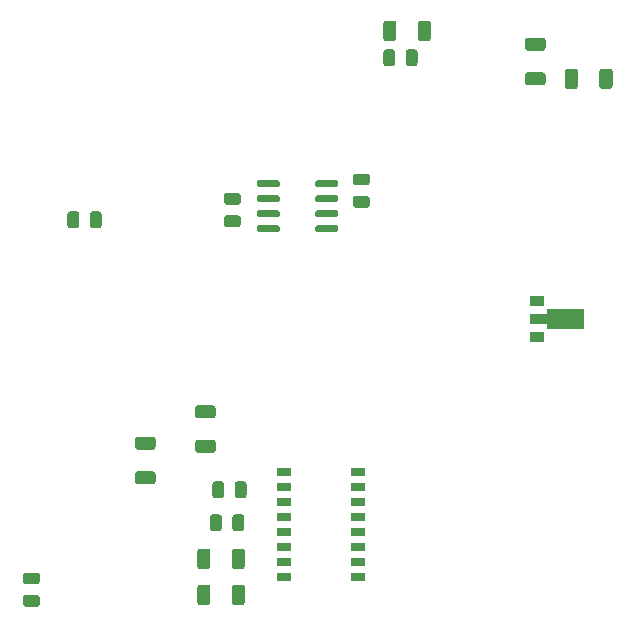
<source format=gbr>
%TF.GenerationSoftware,KiCad,Pcbnew,(5.1.9)-1*%
%TF.CreationDate,2021-09-20T18:56:34+02:00*%
%TF.ProjectId,deep blue delay,64656570-2062-46c7-9565-2064656c6179,rev?*%
%TF.SameCoordinates,Original*%
%TF.FileFunction,Paste,Bot*%
%TF.FilePolarity,Positive*%
%FSLAX46Y46*%
G04 Gerber Fmt 4.6, Leading zero omitted, Abs format (unit mm)*
G04 Created by KiCad (PCBNEW (5.1.9)-1) date 2021-09-20 18:56:34*
%MOMM*%
%LPD*%
G01*
G04 APERTURE LIST*
%ADD10R,1.300000X0.800000*%
%ADD11C,0.100000*%
%ADD12R,1.300000X0.900000*%
G04 APERTURE END LIST*
D10*
%TO.C,U3*%
X25196000Y17526000D03*
X25196000Y16246000D03*
X25196000Y14986000D03*
X25196000Y13716000D03*
X25196000Y12436000D03*
X25196000Y11166000D03*
X25196000Y9906000D03*
X25196000Y8626000D03*
X31496000Y8626000D03*
X31496000Y9906000D03*
X31496000Y11166000D03*
X31496000Y12436000D03*
X31496000Y13716000D03*
X31496000Y14986000D03*
X31496000Y16246000D03*
X31496000Y17526000D03*
%TD*%
D11*
%TO.C,U2*%
G36*
X50598500Y29613500D02*
G01*
X47473500Y29613500D01*
X47473500Y30030000D01*
X45998500Y30030000D01*
X45998500Y30930000D01*
X47473500Y30930000D01*
X47473500Y31346500D01*
X50598500Y31346500D01*
X50598500Y29613500D01*
G37*
D12*
X46648500Y31980000D03*
X46648500Y28980000D03*
%TD*%
%TO.C,U1*%
G36*
G01*
X24851000Y42060000D02*
X24851000Y41760000D01*
G75*
G02*
X24701000Y41610000I-150000J0D01*
G01*
X23051000Y41610000D01*
G75*
G02*
X22901000Y41760000I0J150000D01*
G01*
X22901000Y42060000D01*
G75*
G02*
X23051000Y42210000I150000J0D01*
G01*
X24701000Y42210000D01*
G75*
G02*
X24851000Y42060000I0J-150000D01*
G01*
G37*
G36*
G01*
X24851000Y40790000D02*
X24851000Y40490000D01*
G75*
G02*
X24701000Y40340000I-150000J0D01*
G01*
X23051000Y40340000D01*
G75*
G02*
X22901000Y40490000I0J150000D01*
G01*
X22901000Y40790000D01*
G75*
G02*
X23051000Y40940000I150000J0D01*
G01*
X24701000Y40940000D01*
G75*
G02*
X24851000Y40790000I0J-150000D01*
G01*
G37*
G36*
G01*
X24851000Y39520000D02*
X24851000Y39220000D01*
G75*
G02*
X24701000Y39070000I-150000J0D01*
G01*
X23051000Y39070000D01*
G75*
G02*
X22901000Y39220000I0J150000D01*
G01*
X22901000Y39520000D01*
G75*
G02*
X23051000Y39670000I150000J0D01*
G01*
X24701000Y39670000D01*
G75*
G02*
X24851000Y39520000I0J-150000D01*
G01*
G37*
G36*
G01*
X24851000Y38250000D02*
X24851000Y37950000D01*
G75*
G02*
X24701000Y37800000I-150000J0D01*
G01*
X23051000Y37800000D01*
G75*
G02*
X22901000Y37950000I0J150000D01*
G01*
X22901000Y38250000D01*
G75*
G02*
X23051000Y38400000I150000J0D01*
G01*
X24701000Y38400000D01*
G75*
G02*
X24851000Y38250000I0J-150000D01*
G01*
G37*
G36*
G01*
X29801000Y38250000D02*
X29801000Y37950000D01*
G75*
G02*
X29651000Y37800000I-150000J0D01*
G01*
X28001000Y37800000D01*
G75*
G02*
X27851000Y37950000I0J150000D01*
G01*
X27851000Y38250000D01*
G75*
G02*
X28001000Y38400000I150000J0D01*
G01*
X29651000Y38400000D01*
G75*
G02*
X29801000Y38250000I0J-150000D01*
G01*
G37*
G36*
G01*
X29801000Y39520000D02*
X29801000Y39220000D01*
G75*
G02*
X29651000Y39070000I-150000J0D01*
G01*
X28001000Y39070000D01*
G75*
G02*
X27851000Y39220000I0J150000D01*
G01*
X27851000Y39520000D01*
G75*
G02*
X28001000Y39670000I150000J0D01*
G01*
X29651000Y39670000D01*
G75*
G02*
X29801000Y39520000I0J-150000D01*
G01*
G37*
G36*
G01*
X29801000Y40790000D02*
X29801000Y40490000D01*
G75*
G02*
X29651000Y40340000I-150000J0D01*
G01*
X28001000Y40340000D01*
G75*
G02*
X27851000Y40490000I0J150000D01*
G01*
X27851000Y40790000D01*
G75*
G02*
X28001000Y40940000I150000J0D01*
G01*
X29651000Y40940000D01*
G75*
G02*
X29801000Y40790000I0J-150000D01*
G01*
G37*
G36*
G01*
X29801000Y42060000D02*
X29801000Y41760000D01*
G75*
G02*
X29651000Y41610000I-150000J0D01*
G01*
X28001000Y41610000D01*
G75*
G02*
X27851000Y41760000I0J150000D01*
G01*
X27851000Y42060000D01*
G75*
G02*
X28001000Y42210000I150000J0D01*
G01*
X29651000Y42210000D01*
G75*
G02*
X29801000Y42060000I0J-150000D01*
G01*
G37*
%TD*%
%TO.C,R19*%
G36*
G01*
X12836999Y17580500D02*
X14087001Y17580500D01*
G75*
G02*
X14337000Y17330501I0J-249999D01*
G01*
X14337000Y16705499D01*
G75*
G02*
X14087001Y16455500I-249999J0D01*
G01*
X12836999Y16455500D01*
G75*
G02*
X12587000Y16705499I0J249999D01*
G01*
X12587000Y17330501D01*
G75*
G02*
X12836999Y17580500I249999J0D01*
G01*
G37*
G36*
G01*
X12836999Y20505500D02*
X14087001Y20505500D01*
G75*
G02*
X14337000Y20255501I0J-249999D01*
G01*
X14337000Y19630499D01*
G75*
G02*
X14087001Y19380500I-249999J0D01*
G01*
X12836999Y19380500D01*
G75*
G02*
X12587000Y19630499I0J249999D01*
G01*
X12587000Y20255501D01*
G75*
G02*
X12836999Y20505500I249999J0D01*
G01*
G37*
%TD*%
%TO.C,R18*%
G36*
G01*
X20773500Y9534999D02*
X20773500Y10785001D01*
G75*
G02*
X21023499Y11035000I249999J0D01*
G01*
X21648501Y11035000D01*
G75*
G02*
X21898500Y10785001I0J-249999D01*
G01*
X21898500Y9534999D01*
G75*
G02*
X21648501Y9285000I-249999J0D01*
G01*
X21023499Y9285000D01*
G75*
G02*
X20773500Y9534999I0J249999D01*
G01*
G37*
G36*
G01*
X17848500Y9534999D02*
X17848500Y10785001D01*
G75*
G02*
X18098499Y11035000I249999J0D01*
G01*
X18723501Y11035000D01*
G75*
G02*
X18973500Y10785001I0J-249999D01*
G01*
X18973500Y9534999D01*
G75*
G02*
X18723501Y9285000I-249999J0D01*
G01*
X18098499Y9285000D01*
G75*
G02*
X17848500Y9534999I0J249999D01*
G01*
G37*
%TD*%
%TO.C,R16*%
G36*
G01*
X20773500Y6486999D02*
X20773500Y7737001D01*
G75*
G02*
X21023499Y7987000I249999J0D01*
G01*
X21648501Y7987000D01*
G75*
G02*
X21898500Y7737001I0J-249999D01*
G01*
X21898500Y6486999D01*
G75*
G02*
X21648501Y6237000I-249999J0D01*
G01*
X21023499Y6237000D01*
G75*
G02*
X20773500Y6486999I0J249999D01*
G01*
G37*
G36*
G01*
X17848500Y6486999D02*
X17848500Y7737001D01*
G75*
G02*
X18098499Y7987000I249999J0D01*
G01*
X18723501Y7987000D01*
G75*
G02*
X18973500Y7737001I0J-249999D01*
G01*
X18973500Y6486999D01*
G75*
G02*
X18723501Y6237000I-249999J0D01*
G01*
X18098499Y6237000D01*
G75*
G02*
X17848500Y6486999I0J249999D01*
G01*
G37*
%TD*%
%TO.C,R10*%
G36*
G01*
X19167001Y22043500D02*
X17916999Y22043500D01*
G75*
G02*
X17667000Y22293499I0J249999D01*
G01*
X17667000Y22918501D01*
G75*
G02*
X17916999Y23168500I249999J0D01*
G01*
X19167001Y23168500D01*
G75*
G02*
X19417000Y22918501I0J-249999D01*
G01*
X19417000Y22293499D01*
G75*
G02*
X19167001Y22043500I-249999J0D01*
G01*
G37*
G36*
G01*
X19167001Y19118500D02*
X17916999Y19118500D01*
G75*
G02*
X17667000Y19368499I0J249999D01*
G01*
X17667000Y19993501D01*
G75*
G02*
X17916999Y20243500I249999J0D01*
G01*
X19167001Y20243500D01*
G75*
G02*
X19417000Y19993501I0J-249999D01*
G01*
X19417000Y19368499D01*
G75*
G02*
X19167001Y19118500I-249999J0D01*
G01*
G37*
%TD*%
%TO.C,R3*%
G36*
G01*
X45856999Y51362500D02*
X47107001Y51362500D01*
G75*
G02*
X47357000Y51112501I0J-249999D01*
G01*
X47357000Y50487499D01*
G75*
G02*
X47107001Y50237500I-249999J0D01*
G01*
X45856999Y50237500D01*
G75*
G02*
X45607000Y50487499I0J249999D01*
G01*
X45607000Y51112501D01*
G75*
G02*
X45856999Y51362500I249999J0D01*
G01*
G37*
G36*
G01*
X45856999Y54287500D02*
X47107001Y54287500D01*
G75*
G02*
X47357000Y54037501I0J-249999D01*
G01*
X47357000Y53412499D01*
G75*
G02*
X47107001Y53162500I-249999J0D01*
G01*
X45856999Y53162500D01*
G75*
G02*
X45607000Y53412499I0J249999D01*
G01*
X45607000Y54037501D01*
G75*
G02*
X45856999Y54287500I249999J0D01*
G01*
G37*
%TD*%
%TO.C,R2*%
G36*
G01*
X51892500Y50174999D02*
X51892500Y51425001D01*
G75*
G02*
X52142499Y51675000I249999J0D01*
G01*
X52767501Y51675000D01*
G75*
G02*
X53017500Y51425001I0J-249999D01*
G01*
X53017500Y50174999D01*
G75*
G02*
X52767501Y49925000I-249999J0D01*
G01*
X52142499Y49925000D01*
G75*
G02*
X51892500Y50174999I0J249999D01*
G01*
G37*
G36*
G01*
X48967500Y50174999D02*
X48967500Y51425001D01*
G75*
G02*
X49217499Y51675000I249999J0D01*
G01*
X49842501Y51675000D01*
G75*
G02*
X50092500Y51425001I0J-249999D01*
G01*
X50092500Y50174999D01*
G75*
G02*
X49842501Y49925000I-249999J0D01*
G01*
X49217499Y49925000D01*
G75*
G02*
X48967500Y50174999I0J249999D01*
G01*
G37*
%TD*%
%TO.C,R1*%
G36*
G01*
X36521500Y54238999D02*
X36521500Y55489001D01*
G75*
G02*
X36771499Y55739000I249999J0D01*
G01*
X37396501Y55739000D01*
G75*
G02*
X37646500Y55489001I0J-249999D01*
G01*
X37646500Y54238999D01*
G75*
G02*
X37396501Y53989000I-249999J0D01*
G01*
X36771499Y53989000D01*
G75*
G02*
X36521500Y54238999I0J249999D01*
G01*
G37*
G36*
G01*
X33596500Y54238999D02*
X33596500Y55489001D01*
G75*
G02*
X33846499Y55739000I249999J0D01*
G01*
X34471501Y55739000D01*
G75*
G02*
X34721500Y55489001I0J-249999D01*
G01*
X34721500Y54238999D01*
G75*
G02*
X34471501Y53989000I-249999J0D01*
G01*
X33846499Y53989000D01*
G75*
G02*
X33596500Y54238999I0J249999D01*
G01*
G37*
%TD*%
%TO.C,C19*%
G36*
G01*
X3335000Y7104000D02*
X4285000Y7104000D01*
G75*
G02*
X4535000Y6854000I0J-250000D01*
G01*
X4535000Y6354000D01*
G75*
G02*
X4285000Y6104000I-250000J0D01*
G01*
X3335000Y6104000D01*
G75*
G02*
X3085000Y6354000I0J250000D01*
G01*
X3085000Y6854000D01*
G75*
G02*
X3335000Y7104000I250000J0D01*
G01*
G37*
G36*
G01*
X3335000Y9004000D02*
X4285000Y9004000D01*
G75*
G02*
X4535000Y8754000I0J-250000D01*
G01*
X4535000Y8254000D01*
G75*
G02*
X4285000Y8004000I-250000J0D01*
G01*
X3335000Y8004000D01*
G75*
G02*
X3085000Y8254000I0J250000D01*
G01*
X3085000Y8754000D01*
G75*
G02*
X3335000Y9004000I250000J0D01*
G01*
G37*
%TD*%
%TO.C,C17*%
G36*
G01*
X21024000Y15527000D02*
X21024000Y16477000D01*
G75*
G02*
X21274000Y16727000I250000J0D01*
G01*
X21774000Y16727000D01*
G75*
G02*
X22024000Y16477000I0J-250000D01*
G01*
X22024000Y15527000D01*
G75*
G02*
X21774000Y15277000I-250000J0D01*
G01*
X21274000Y15277000D01*
G75*
G02*
X21024000Y15527000I0J250000D01*
G01*
G37*
G36*
G01*
X19124000Y15527000D02*
X19124000Y16477000D01*
G75*
G02*
X19374000Y16727000I250000J0D01*
G01*
X19874000Y16727000D01*
G75*
G02*
X20124000Y16477000I0J-250000D01*
G01*
X20124000Y15527000D01*
G75*
G02*
X19874000Y15277000I-250000J0D01*
G01*
X19374000Y15277000D01*
G75*
G02*
X19124000Y15527000I0J250000D01*
G01*
G37*
%TD*%
%TO.C,C15*%
G36*
G01*
X20836000Y12733000D02*
X20836000Y13683000D01*
G75*
G02*
X21086000Y13933000I250000J0D01*
G01*
X21586000Y13933000D01*
G75*
G02*
X21836000Y13683000I0J-250000D01*
G01*
X21836000Y12733000D01*
G75*
G02*
X21586000Y12483000I-250000J0D01*
G01*
X21086000Y12483000D01*
G75*
G02*
X20836000Y12733000I0J250000D01*
G01*
G37*
G36*
G01*
X18936000Y12733000D02*
X18936000Y13683000D01*
G75*
G02*
X19186000Y13933000I250000J0D01*
G01*
X19686000Y13933000D01*
G75*
G02*
X19936000Y13683000I0J-250000D01*
G01*
X19936000Y12733000D01*
G75*
G02*
X19686000Y12483000I-250000J0D01*
G01*
X19186000Y12483000D01*
G75*
G02*
X18936000Y12733000I0J250000D01*
G01*
G37*
%TD*%
%TO.C,C12*%
G36*
G01*
X7866000Y39337000D02*
X7866000Y38387000D01*
G75*
G02*
X7616000Y38137000I-250000J0D01*
G01*
X7116000Y38137000D01*
G75*
G02*
X6866000Y38387000I0J250000D01*
G01*
X6866000Y39337000D01*
G75*
G02*
X7116000Y39587000I250000J0D01*
G01*
X7616000Y39587000D01*
G75*
G02*
X7866000Y39337000I0J-250000D01*
G01*
G37*
G36*
G01*
X9766000Y39337000D02*
X9766000Y38387000D01*
G75*
G02*
X9516000Y38137000I-250000J0D01*
G01*
X9016000Y38137000D01*
G75*
G02*
X8766000Y38387000I0J250000D01*
G01*
X8766000Y39337000D01*
G75*
G02*
X9016000Y39587000I250000J0D01*
G01*
X9516000Y39587000D01*
G75*
G02*
X9766000Y39337000I0J-250000D01*
G01*
G37*
%TD*%
%TO.C,C6*%
G36*
G01*
X20353000Y39240000D02*
X21303000Y39240000D01*
G75*
G02*
X21553000Y38990000I0J-250000D01*
G01*
X21553000Y38490000D01*
G75*
G02*
X21303000Y38240000I-250000J0D01*
G01*
X20353000Y38240000D01*
G75*
G02*
X20103000Y38490000I0J250000D01*
G01*
X20103000Y38990000D01*
G75*
G02*
X20353000Y39240000I250000J0D01*
G01*
G37*
G36*
G01*
X20353000Y41140000D02*
X21303000Y41140000D01*
G75*
G02*
X21553000Y40890000I0J-250000D01*
G01*
X21553000Y40390000D01*
G75*
G02*
X21303000Y40140000I-250000J0D01*
G01*
X20353000Y40140000D01*
G75*
G02*
X20103000Y40390000I0J250000D01*
G01*
X20103000Y40890000D01*
G75*
G02*
X20353000Y41140000I250000J0D01*
G01*
G37*
%TD*%
%TO.C,C4*%
G36*
G01*
X31275000Y40886000D02*
X32225000Y40886000D01*
G75*
G02*
X32475000Y40636000I0J-250000D01*
G01*
X32475000Y40136000D01*
G75*
G02*
X32225000Y39886000I-250000J0D01*
G01*
X31275000Y39886000D01*
G75*
G02*
X31025000Y40136000I0J250000D01*
G01*
X31025000Y40636000D01*
G75*
G02*
X31275000Y40886000I250000J0D01*
G01*
G37*
G36*
G01*
X31275000Y42786000D02*
X32225000Y42786000D01*
G75*
G02*
X32475000Y42536000I0J-250000D01*
G01*
X32475000Y42036000D01*
G75*
G02*
X32225000Y41786000I-250000J0D01*
G01*
X31275000Y41786000D01*
G75*
G02*
X31025000Y42036000I0J250000D01*
G01*
X31025000Y42536000D01*
G75*
G02*
X31275000Y42786000I250000J0D01*
G01*
G37*
%TD*%
%TO.C,C2*%
G36*
G01*
X34602000Y53053000D02*
X34602000Y52103000D01*
G75*
G02*
X34352000Y51853000I-250000J0D01*
G01*
X33852000Y51853000D01*
G75*
G02*
X33602000Y52103000I0J250000D01*
G01*
X33602000Y53053000D01*
G75*
G02*
X33852000Y53303000I250000J0D01*
G01*
X34352000Y53303000D01*
G75*
G02*
X34602000Y53053000I0J-250000D01*
G01*
G37*
G36*
G01*
X36502000Y53053000D02*
X36502000Y52103000D01*
G75*
G02*
X36252000Y51853000I-250000J0D01*
G01*
X35752000Y51853000D01*
G75*
G02*
X35502000Y52103000I0J250000D01*
G01*
X35502000Y53053000D01*
G75*
G02*
X35752000Y53303000I250000J0D01*
G01*
X36252000Y53303000D01*
G75*
G02*
X36502000Y53053000I0J-250000D01*
G01*
G37*
%TD*%
M02*

</source>
